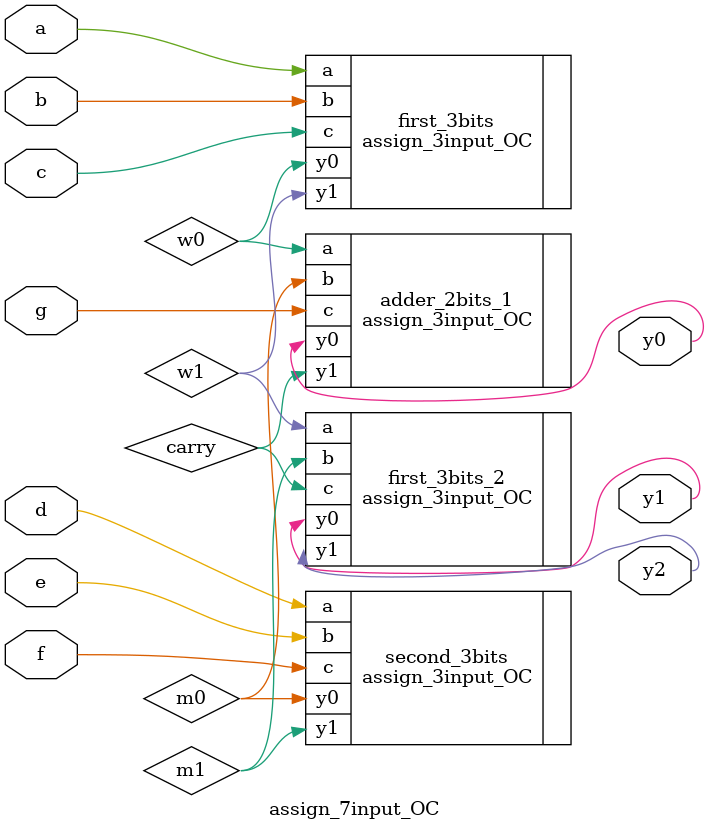
<source format=sv>
`timescale 1ns/1ns
module assign_7input_OC (input a,b,c,d,e,f,g, output y0,y1,y2);
    wire w0,w1,m0,m1,carry;
    assign_3input_OC first_3bits (.a(a),.b(b),.c(c),.y0(w0),.y1(w1));
    assign_3input_OC second_3bits (.a(d),.b(e),.c(f),.y0(m0),.y1(m1));
    assign_3input_OC adder_2bits_1 (.a(w0),.b(m0),.c(g),.y0(y0),.y1(carry));
    assign_3input_OC first_3bits_2 (.a(w1),.b(m1),.c(carry),.y0(y1),.y1(y2));
endmodule
</source>
